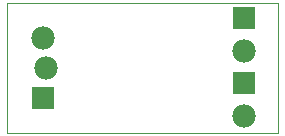
<source format=gbs>
G75*
%MOIN*%
%OFA0B0*%
%FSLAX25Y25*%
%IPPOS*%
%LPD*%
%AMOC8*
5,1,8,0,0,1.08239X$1,22.5*
%
%ADD10C,0.00000*%
%ADD11R,0.07800X0.07800*%
%ADD12C,0.07800*%
D10*
X0001800Y0045107D02*
X0001800Y0088414D01*
X0092351Y0088414D01*
X0092351Y0045107D01*
X0001800Y0045107D01*
D11*
X0013800Y0056800D03*
X0080800Y0061800D03*
X0080800Y0083300D03*
D12*
X0080800Y0072300D03*
X0080800Y0050800D03*
X0014800Y0066800D03*
X0013800Y0076800D03*
M02*

</source>
